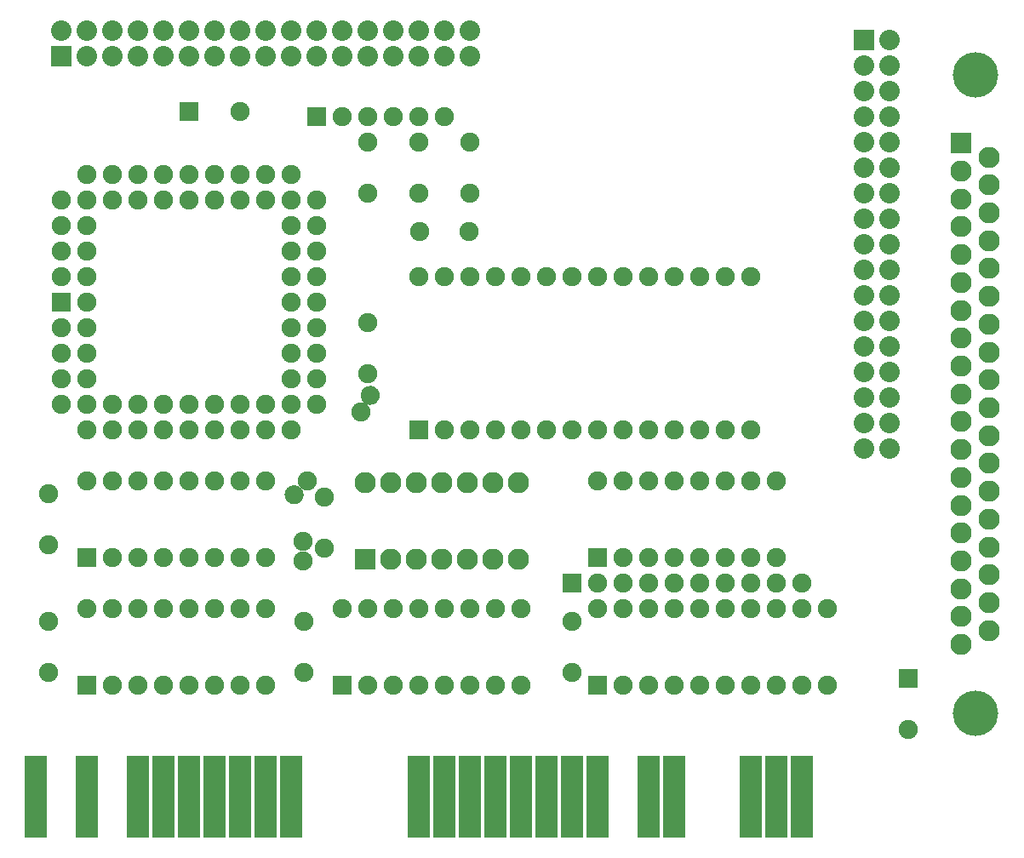
<source format=gbs>
%TF.GenerationSoftware,KiCad,Pcbnew,(5.1.6-0)*%
%TF.CreationDate,2020-08-03T06:06:21-05:00*%
%TF.ProjectId,isa_fdc.kicad_DB37-v3_pcb,6973615f-6664-4632-9e6b-696361645f44,rev?*%
%TF.SameCoordinates,Original*%
%TF.FileFunction,Soldermask,Bot*%
%TF.FilePolarity,Negative*%
%FSLAX46Y46*%
G04 Gerber Fmt 4.6, Leading zero omitted, Abs format (unit mm)*
G04 Created by KiCad (PCBNEW (5.1.6-0)) date 2020-08-03 06:06:21*
%MOMM*%
%LPD*%
G01*
G04 APERTURE LIST*
%ADD10C,1.908000*%
%ADD11C,4.508000*%
%ADD12C,2.108000*%
%ADD13R,2.108000X2.108000*%
%ADD14C,2.032000*%
%ADD15R,2.032000X2.032000*%
%ADD16O,1.908000X1.908000*%
%ADD17O,2.108000X2.108000*%
%ADD18C,1.905000*%
%ADD19R,1.905000X1.905000*%
%ADD20R,2.286000X8.128000*%
G04 APERTURE END LIST*
D10*
%TO.C,R3*%
X136440000Y-92220000D03*
G36*
G01*
X136913000Y-91400740D02*
X136913000Y-91400740D01*
G75*
G02*
X136563812Y-90097552I477000J826188D01*
G01*
X136563812Y-90097552D01*
G75*
G02*
X137867000Y-89748364I826188J-477000D01*
G01*
X137867000Y-89748364D01*
G75*
G02*
X138216188Y-91051552I-477000J-826188D01*
G01*
X138216188Y-91051552D01*
G75*
G02*
X136913000Y-91400740I-826188J477000D01*
G01*
G37*
%TD*%
D11*
%TO.C,P2*%
X197570000Y-58670000D03*
X197570000Y-122170000D03*
D12*
X198990000Y-113965000D03*
X198990000Y-111195000D03*
X198990000Y-108425000D03*
X198990000Y-105655000D03*
X198990000Y-102885000D03*
X198990000Y-100115000D03*
X198990000Y-97345000D03*
X198990000Y-94575000D03*
X198990000Y-91805000D03*
X198990000Y-89035000D03*
X198990000Y-86265000D03*
X198990000Y-83495000D03*
X198990000Y-80725000D03*
X198990000Y-77955000D03*
X198990000Y-75185000D03*
X198990000Y-72415000D03*
X198990000Y-69645000D03*
X198990000Y-66875000D03*
X196150000Y-115350000D03*
X196150000Y-112580000D03*
X196150000Y-109810000D03*
X196150000Y-107040000D03*
X196150000Y-104270000D03*
X196150000Y-101500000D03*
X196150000Y-98730000D03*
X196150000Y-95960000D03*
X196150000Y-93190000D03*
X196150000Y-90420000D03*
X196150000Y-87650000D03*
X196150000Y-84880000D03*
X196150000Y-82110000D03*
X196150000Y-79340000D03*
X196150000Y-76570000D03*
X196150000Y-73800000D03*
X196150000Y-71030000D03*
X196150000Y-68260000D03*
D13*
X196150000Y-65490000D03*
%TD*%
D14*
%TO.C,P3*%
X189010000Y-95870000D03*
X186470000Y-95870000D03*
X189010000Y-93330000D03*
X186470000Y-93330000D03*
X186470000Y-90790000D03*
X189010000Y-90790000D03*
X186470000Y-88250000D03*
X189010000Y-88250000D03*
X189010000Y-85710000D03*
X186470000Y-85710000D03*
X189010000Y-83170000D03*
X186470000Y-83170000D03*
X189010000Y-80630000D03*
X186470000Y-80630000D03*
X189010000Y-78090000D03*
X186470000Y-78090000D03*
X189010000Y-75550000D03*
X186470000Y-75550000D03*
X189010000Y-73010000D03*
X186470000Y-73010000D03*
X189010000Y-70470000D03*
X186470000Y-70470000D03*
X189010000Y-67930000D03*
X186470000Y-67930000D03*
X189010000Y-65390000D03*
X186470000Y-65390000D03*
X189010000Y-62850000D03*
X186470000Y-62850000D03*
X189010000Y-60310000D03*
X186470000Y-60310000D03*
X189010000Y-57770000D03*
X186470000Y-57770000D03*
X189010000Y-55230000D03*
D15*
X186470000Y-55230000D03*
%TD*%
D10*
%TO.C,R2*%
X130690000Y-105120000D03*
D16*
X130690000Y-107020000D03*
%TD*%
%TO.C,R1*%
G36*
G01*
X130501077Y-99778923D02*
X130501077Y-99778923D01*
G75*
G02*
X130501077Y-101128083I-674580J-674580D01*
G01*
X130501077Y-101128083D01*
G75*
G02*
X129151917Y-101128083I-674580J674580D01*
G01*
X129151917Y-101128083D01*
G75*
G02*
X129151917Y-99778923I674580J674580D01*
G01*
X129151917Y-99778923D01*
G75*
G02*
X130501077Y-99778923I674580J-674580D01*
G01*
G37*
D10*
X131170000Y-99110000D03*
%TD*%
D13*
%TO.C,U2*%
X136880000Y-106910000D03*
D17*
X152120000Y-99290000D03*
X139420000Y-106910000D03*
X149580000Y-99290000D03*
X141960000Y-106910000D03*
X147040000Y-99290000D03*
X144500000Y-106910000D03*
X144500000Y-99290000D03*
X147040000Y-106910000D03*
X141960000Y-99290000D03*
X149580000Y-106910000D03*
X139420000Y-99290000D03*
X152120000Y-106910000D03*
X136880000Y-99290000D03*
%TD*%
D18*
%TO.C,C2*%
X132790000Y-100680000D03*
X132790000Y-105760000D03*
%TD*%
D19*
%TO.C,SW1*%
X109220000Y-106680000D03*
D18*
X111760000Y-106680000D03*
X114300000Y-106680000D03*
X116840000Y-106680000D03*
X119380000Y-106680000D03*
X121920000Y-106680000D03*
X124460000Y-106680000D03*
X127000000Y-106680000D03*
X127000000Y-99060000D03*
X124460000Y-99060000D03*
X121920000Y-99060000D03*
X119380000Y-99060000D03*
X116840000Y-99060000D03*
X114300000Y-99060000D03*
X111760000Y-99060000D03*
X109220000Y-99060000D03*
%TD*%
D20*
%TO.C,BUS1*%
X180340000Y-130492500D03*
X177800000Y-130492500D03*
X175260000Y-130492500D03*
X167640000Y-130492500D03*
X165100000Y-130492500D03*
X160020000Y-130492500D03*
X157480000Y-130492500D03*
X154940000Y-130492500D03*
X152400000Y-130492500D03*
X149860000Y-130492500D03*
X147320000Y-130492500D03*
X129540000Y-130492500D03*
X127000000Y-130492500D03*
X124460000Y-130492500D03*
X121920000Y-130492500D03*
X119380000Y-130492500D03*
X116840000Y-130492500D03*
X114300000Y-130492500D03*
X109220000Y-130492500D03*
X104140000Y-130492500D03*
X144780000Y-130492500D03*
X142240000Y-130492500D03*
%TD*%
D18*
%TO.C,C11*%
X190890000Y-123800000D03*
D19*
X190890000Y-118720000D03*
%TD*%
%TO.C,C12*%
X119350000Y-62340000D03*
D18*
X124430000Y-62340000D03*
%TD*%
D19*
%TO.C,U5*%
X160020000Y-119380000D03*
D18*
X162560000Y-119380000D03*
X165100000Y-119380000D03*
X167640000Y-119380000D03*
X170180000Y-119380000D03*
X172720000Y-119380000D03*
X175260000Y-119380000D03*
X177800000Y-119380000D03*
X180340000Y-119380000D03*
X182880000Y-119380000D03*
X182880000Y-111760000D03*
X180340000Y-111760000D03*
X177800000Y-111760000D03*
X175260000Y-111760000D03*
X172720000Y-111760000D03*
X170180000Y-111760000D03*
X167640000Y-111760000D03*
X165100000Y-111760000D03*
X162560000Y-111760000D03*
X160020000Y-111760000D03*
%TD*%
D19*
%TO.C,U7*%
X109220000Y-119380000D03*
D18*
X111760000Y-119380000D03*
X114300000Y-119380000D03*
X116840000Y-119380000D03*
X119380000Y-119380000D03*
X121920000Y-119380000D03*
X124460000Y-119380000D03*
X127000000Y-119380000D03*
X127000000Y-111760000D03*
X124460000Y-111760000D03*
X121920000Y-111760000D03*
X119380000Y-111760000D03*
X116840000Y-111760000D03*
X114300000Y-111760000D03*
X111760000Y-111760000D03*
X109220000Y-111760000D03*
%TD*%
D19*
%TO.C,U6*%
X134620000Y-119380000D03*
D18*
X137160000Y-119380000D03*
X139700000Y-119380000D03*
X142240000Y-119380000D03*
X144780000Y-119380000D03*
X147320000Y-119380000D03*
X149860000Y-119380000D03*
X152400000Y-119380000D03*
X152400000Y-111760000D03*
X149860000Y-111760000D03*
X147320000Y-111760000D03*
X144780000Y-111760000D03*
X142240000Y-111760000D03*
X139700000Y-111760000D03*
X137160000Y-111760000D03*
X134620000Y-111760000D03*
%TD*%
D19*
%TO.C,SW2*%
X160020000Y-106680000D03*
D18*
X162560000Y-106680000D03*
X165100000Y-106680000D03*
X167640000Y-106680000D03*
X170180000Y-106680000D03*
X172720000Y-106680000D03*
X175260000Y-106680000D03*
X177800000Y-106680000D03*
X177800000Y-99060000D03*
X175260000Y-99060000D03*
X172720000Y-99060000D03*
X170180000Y-99060000D03*
X167640000Y-99060000D03*
X165100000Y-99060000D03*
X162560000Y-99060000D03*
X160020000Y-99060000D03*
%TD*%
%TO.C,C1*%
X105410000Y-100330000D03*
X105410000Y-105410000D03*
%TD*%
%TO.C,C7*%
X105410000Y-113030000D03*
X105410000Y-118110000D03*
%TD*%
%TO.C,C6*%
X130810000Y-113030000D03*
X130810000Y-118110000D03*
%TD*%
%TO.C,C5*%
X157470000Y-113020000D03*
X157470000Y-118100000D03*
%TD*%
%TO.C,C4*%
X137170000Y-83310000D03*
X137170000Y-88390000D03*
%TD*%
%TO.C,C16*%
X142240000Y-70485000D03*
X142240000Y-65405000D03*
%TD*%
%TO.C,C15*%
X147320000Y-70485000D03*
X147320000Y-65405000D03*
%TD*%
D19*
%TO.C,U4*%
X142240000Y-93980000D03*
D18*
X144780000Y-93980000D03*
X147320000Y-93980000D03*
X149860000Y-93980000D03*
X152400000Y-93980000D03*
X154940000Y-93980000D03*
X157480000Y-93980000D03*
X160020000Y-93980000D03*
X162560000Y-93980000D03*
X165100000Y-93980000D03*
X167640000Y-93980000D03*
X170180000Y-93980000D03*
X172720000Y-93980000D03*
X175260000Y-93980000D03*
X175260000Y-78740000D03*
X172720000Y-78740000D03*
X170180000Y-78740000D03*
X167640000Y-78740000D03*
X165100000Y-78740000D03*
X162560000Y-78740000D03*
X160020000Y-78740000D03*
X157480000Y-78740000D03*
X154940000Y-78740000D03*
X152400000Y-78740000D03*
X149860000Y-78740000D03*
X147320000Y-78740000D03*
X144780000Y-78740000D03*
X142240000Y-78740000D03*
%TD*%
%TO.C,C17*%
X137160000Y-65405000D03*
X137160000Y-70485000D03*
%TD*%
D19*
%TO.C,U1*%
X106680000Y-81280000D03*
D18*
X109220000Y-81280000D03*
X106680000Y-83820000D03*
X109220000Y-83820000D03*
X106680000Y-86360000D03*
X109220000Y-86360000D03*
X106680000Y-88900000D03*
X109220000Y-88900000D03*
X106680000Y-91440000D03*
X109220000Y-93980000D03*
X109220000Y-91440000D03*
X111760000Y-93980000D03*
X111760000Y-91440000D03*
X114300000Y-93980000D03*
X114300000Y-91440000D03*
X116840000Y-93980000D03*
X116840000Y-91440000D03*
X119380000Y-93980000D03*
X119380000Y-91440000D03*
X121920000Y-93980000D03*
X121920000Y-91440000D03*
X124460000Y-93980000D03*
X124460000Y-91440000D03*
X127000000Y-93980000D03*
X127000000Y-91440000D03*
X129540000Y-93980000D03*
X132080000Y-91440000D03*
X129540000Y-91440000D03*
X132080000Y-88900000D03*
X129540000Y-88900000D03*
X132080000Y-86360000D03*
X129540000Y-86360000D03*
X132080000Y-83820000D03*
X129540000Y-83820000D03*
X132080000Y-81280000D03*
X129540000Y-81280000D03*
X132080000Y-78740000D03*
X129540000Y-78740000D03*
X132080000Y-76200000D03*
X129540000Y-76200000D03*
X132080000Y-73660000D03*
X129540000Y-73660000D03*
X132080000Y-71120000D03*
X129540000Y-68580000D03*
X129540000Y-71120000D03*
X127000000Y-68580000D03*
X127000000Y-71120000D03*
X124460000Y-68580000D03*
X124460000Y-71120000D03*
X121920000Y-68580000D03*
X121920000Y-71120000D03*
X119380000Y-68580000D03*
X119380000Y-71120000D03*
X116840000Y-68580000D03*
X116840000Y-71120000D03*
X114300000Y-68580000D03*
X114300000Y-71120000D03*
X111760000Y-68580000D03*
X111760000Y-71120000D03*
X109220000Y-68580000D03*
X106680000Y-71120000D03*
X109220000Y-71120000D03*
X106680000Y-73660000D03*
X109220000Y-73660000D03*
X106680000Y-76200000D03*
X109220000Y-76200000D03*
X106680000Y-78740000D03*
X109220000Y-78740000D03*
%TD*%
D15*
%TO.C,P1*%
X106670000Y-56840000D03*
D14*
X106670000Y-54300000D03*
X109210000Y-56840000D03*
X109210000Y-54300000D03*
X111750000Y-56840000D03*
X111750000Y-54300000D03*
X114290000Y-56840000D03*
X114290000Y-54300000D03*
X116830000Y-56840000D03*
X116830000Y-54300000D03*
X119370000Y-56840000D03*
X119370000Y-54300000D03*
X121910000Y-56840000D03*
X121910000Y-54300000D03*
X124450000Y-56840000D03*
X124450000Y-54300000D03*
X126990000Y-56840000D03*
X126990000Y-54300000D03*
X129530000Y-56840000D03*
X129530000Y-54300000D03*
X132070000Y-56840000D03*
X132070000Y-54300000D03*
X134610000Y-56840000D03*
X134610000Y-54300000D03*
X137150000Y-56840000D03*
X137150000Y-54300000D03*
X139690000Y-54300000D03*
X139690000Y-56840000D03*
X142230000Y-54300000D03*
X142230000Y-56840000D03*
X144770000Y-56840000D03*
X144770000Y-54300000D03*
X147310000Y-56840000D03*
X147310000Y-54300000D03*
%TD*%
D19*
%TO.C,RR1*%
X157480000Y-109220000D03*
D18*
X160020000Y-109220000D03*
X162560000Y-109220000D03*
X165100000Y-109220000D03*
X167640000Y-109220000D03*
X170180000Y-109220000D03*
X172720000Y-109220000D03*
X175260000Y-109220000D03*
X177800000Y-109220000D03*
X180340000Y-109220000D03*
%TD*%
%TO.C,RR2*%
X144780000Y-62865000D03*
X142240000Y-62865000D03*
X139700000Y-62865000D03*
X137160000Y-62865000D03*
X134620000Y-62865000D03*
D19*
X132080000Y-62865000D03*
%TD*%
D18*
%TO.C,X1*%
X147220940Y-74295000D03*
X142339060Y-74295000D03*
%TD*%
M02*

</source>
